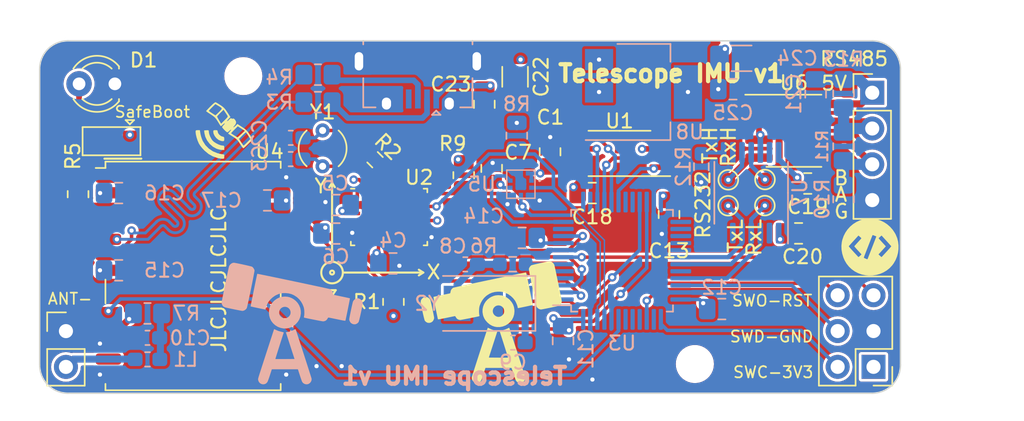
<source format=kicad_pcb>
(kicad_pcb (version 20221018) (generator pcbnew)
  (layers (0 "F.Cu" signal) (1 "In1.Cu" signal) (2 "In2.Cu" signal) (31 "B.Cu" signal) (34 "B.Paste" user) (35 "F.Paste" user) (36 "B.SilkS" user "B.Silkscreen") (37 "F.SilkS" user "F.Silkscreen") (38 "B.Mask" user) (39 "F.Mask" user) (44 "Edge.Cuts" user))
  (net 0 "")
  (net 1 "+3V3")
  (net 2 "GND")
  (net 3 "NRST")
  (net 4 "Net-(C2-Pad1)")
  (net 5 "Net-(U2-XIN32)")
  (net 6 "Net-(U2-CAP)")
  (net 7 "Net-(C8-Pad1)")
  (net 8 "Net-(C10-Pad2)")
  (net 9 "OSC_IN")
  (net 10 "SWCLK")
  (net 11 "SWDIO")
  (net 12 "SWO")
  (net 13 "A")
  (net 14 "B")
  (net 15 "+5V")
  (net 16 "BNO_BOOT")
  (net 17 "OSC_OUT")
  (net 18 "Net-(U2-XOUT32)")
  (net 19 "GPS_ANT")
  (net 20 "Net-(U4-TIMEPULSE)")
  (net 21 "VCC_RF")
  (net 22 "Net-(U7-OE)")
  (net 23 "SCK")
  (net 24 "MISO")
  (net 25 "MOSI")
  (net 26 "RX_L")
  (net 27 "RX_H")
  (net 28 "TX_L")
  (net 29 "TX_H")
  (net 36 "SCL")
  (net 39 "BNO_RST")
  (net 42 "BNO_INT")
  (net 43 "SDA")
  (net 48 "GPS_RST")
  (net 53 "Net-(D1-A)")
  (net 55 "GPS_TX")
  (net 56 "GPS_RX")
  (net 61 "CS_MEM")
  (net 62 "Net-(JP1-C)")
  (net 63 "DE_L")
  (net 67 "BMP_INT")
  (net 76 "DE_H")
  (net 81 "D-")
  (net 82 "D+")
  (net 84 "USB_N")
  (net 85 "USB_P")
  (footprint "Capacitor_SMD:C_0805_2012Metric_Pad1.18x1.45mm_HandSolder" (layer "F.Cu") (at 56.16 30.8)
    (fp_text reference "C18")
    (fp_text value "100n")
  )
  (footprint "Crystal:Crystal_AT310_D3.0mm_L10.0mm_Vertical" (layer "F.Cu") (at 37.05 28.9 90)
    (fp_text reference "Y1")
    (fp_text value "Crystal")
  )
  (footprint "TestPoint:TestPoint_Pad_D1.0mm" (layer "F.Cu") (at 65.79 31.7)
    (fp_text reference "TX1" hide)
    (fp_text value "TestPoint")
  )
  (footprint "Resistor_SMD:R_0805_2012Metric_Pad1.20x1.40mm_HandSolder" (layer "F.Cu") (at 19.72 30.88 90)
    (fp_text reference "R5")
    (fp_text value "1k")
  )
  (footprint "RF_GPS:ublox_NEO" (layer "F.Cu") (at 27.87 36.68)
    (fp_text reference "U4")
    (fp_text value "NEO-M9N")
  )
  (footprint "TestPoint:TestPoint_Pad_D1.0mm" (layer "F.Cu") (at 68.4 29.84)
    (fp_text reference "RX2" hide)
    (fp_text value "TestPoint")
  )
  (footprint "Connector_PinHeader_2.54mm:PinHeader_1x04_P2.54mm_Vertical" (layer "F.Cu") (at 76 23.68)
    (fp_text reference "J2" hide)
    (fp_text value "Conn_01x04")
  )
  (footprint "Capacitor_SMD:C_0805_2012Metric_Pad1.18x1.45mm_HandSolder" (layer "F.Cu") (at 70.78 33.66)
    (fp_text reference "C20")
    (fp_text value "100n")
  )
  (footprint "Package_SO:TSSOP-8_4.4x3mm_P0.65mm" (layer "F.Cu") (at 58.09 27.99 180)
    (fp_text reference "U1")
    (fp_text value "M95256-WMN6P")
  )
  (footprint "Jumper:SolderJumper-3_P1.3mm_Open_Pad1.0x1.5mm" (layer "F.Cu") (at 22.09 27.12 180)
    (fp_text reference "JP1" hide)
    (fp_text value "Jumper_3_Open")
  )
  (footprint "TestPoint:TestPoint_Pad_D1.0mm" (layer "F.Cu") (at 65.8 29.86)
    (fp_text reference "TX2" hide)
    (fp_text value "TestPoint")
  )
  (footprint "Capacitor_SMD:C_0805_2012Metric_Pad1.18x1.45mm_HandSolder" (layer "F.Cu") (at 53.17 27.87 90)
    (fp_text reference "C1")
    (fp_text value "100n")
  )
  (footprint "Package_SO:SOIC-8_3.9x4.9mm_P1.27mm" (layer "F.Cu") (at 70.45 26.38)
    (fp_text reference "U6")
    (fp_text value "ST485EBDR")
  )
  (footprint "Connector_PinHeader_2.54mm:PinHeader_1x02_P2.54mm_Vertical" (layer "F.Cu") (at 18.86 40.595)
    (fp_text reference "J1" hide)
    (fp_text value "Conn_01x02")
  )
  (footprint "MountingHole:MountingHole_2.2mm_M2" (layer "F.Cu") (at 31.43 22.5)
    (fp_text reference "H2" hide)
    (fp_text value "MountingHole")
  )
  (footprint "Telescope:GPS5" (layer "F.Cu") (at 29.924647 26.492344)
    (fp_text reference "G***" hide)
    (fp_text value "LOGO" hide)
  )
  (footprint "Capacitor_SMD:C_0805_2012Metric_Pad1.18x1.45mm_HandSolder" (layer "F.Cu") (at 61.6 32.32 -90)
    (fp_text reference "C13")
    (fp_text value "100n")
  )
  (footprint "Capacitor_SMD:C_0805_2012Metric_Pad1.18x1.45mm_HandSolder" (layer "F.Cu") (at 71.43 30.12)
    (fp_text reference "C19")
    (fp_text value "100n")
  )
  (footprint "Capacitor_SMD:C_0805_2012Metric_Pad1.18x1.45mm_HandSolder" (layer "F.Cu") (at 48.51 24.5 -90)
    (fp_text reference "C23")
    (fp_text value "100n")
  )
  (footprint "Capacitor_SMD:C_0805_2012Metric" (layer "F.Cu") (at 49.03 29.05 90)
    (fp_text reference "C7")
    (fp_text value "100n")
  )
  (footprint "Resistor_SMD:R_0805_2012Metric" (layer "F.Cu") (at 47.05 29.5325 90)
    (fp_text reference "R9")
    (fp_text value "2.2k")
  )
  (footprint "Capacitor_SMD:C_1206_3216Metric_Pad1.33x1.80mm_HandSolder" (layer "F.Cu") (at 50.69 22.55 -90)
    (fp_text reference "C22")
    (fp_text value "10u")
  )
  (footprint "Package_LGA:LGA-28_5.2x3.8mm_P0.5mm" (layer "F.Cu") (at 41.76 32.5)
    (fp_text reference "U2")
    (fp_text value "BNO055")
  )
  (footprint "Connector_PinHeader_2.54mm:PinHeader_2x03_P2.54mm_Vertical" (layer "F.Cu") (at 76.09 43.13 180)
    (fp_text reference "PRG1" hide)
    (fp_text value "Conn_02x03_Counter_Clockwise")
  )
  (footprint "TestPoint:TestPoint_Pad_D1.0mm" (layer "F.Cu") (at 68.39 31.69)
    (fp_text reference "RX1" hide)
    (fp_text value "TestPoint")
  )
  (footprint "Telescope:Programmer" (layer "F.Cu") (at 75.803275 34.655062)
    (fp_text reference "G***" hide)
    (fp_text value "LOGO" hide)
  )
  (footprint "MountingHole:MountingHole_2.2mm_M2" (layer "F.Cu") (at 63.43 42.93)
    (fp_text reference "H1" hide)
    (fp_text value "MountingHole")
  )
  (footprint "LED_THT:LED_D3.0mm" (layer "F.Cu") (at 22.33 23.05 180)
    (fp_text reference "D1")
    (fp_text value "LED")
  )
  (footprint "Resistor_SMD:R_0805_2012Metric_Pad1.20x1.40mm_HandSolder" (layer "F.Cu") (at 42.07 38.52 90)
    (fp_text reference "R1")
    (fp_text value "10k")
  )
  (footprint "Resistor_SMD:R_0603_1608Metric_Pad0.98x0.95mm_HandSolder" (layer "F.Cu") (at 40.765235 28.435235 -45)
    (fp_text reference "R2")
    (fp_text value "1k")
  )
  (footprint "Telescope:Telescope-10" (layer "F.Cu") (at 49 39.96)
    (fp_text reference "G***" hide)
    (fp_text value "LOGO" hide)
  )
  (footprint "Capacitor_SMD:C_1206_3216Metric_Pad1.33x1.80mm_HandSolder" (layer "B.Cu") (at 66.74 21.24)
    (fp_text reference "C24")
    (fp_text value "10u")
  )
  (footprint "Capacitor_SMD:C_0603_1608Metric_Pad1.08x0.95mm_HandSolder" (layer "B.Cu") (at 34.7875 28.39 180)
    (fp_text reference "C3")
    (fp_text value "22p")
  )
  (footprint "KiCAD_Lib:BMP581" (layer "B.Cu") (at 51.1 30.17 180)
    (fp_text reference "U5")
    (fp_text value "BMP581")
  )
  (footprint "Capacitor_SMD:C_0805_2012Metric_Pad1.18x1.45mm_HandSolder" (layer "B.Cu") (at 38 33.67)
    (fp_text reference "C6")
    (fp_text value "100n")
  )
  (footprint "Capacitor_SMD:C_0603_1608Metric_Pad1.08x0.95mm_HandSolder" (layer "B.Cu") (at 47.16 35.86 180)
    (fp_text reference "C8")
    (fp_text value "18p")
  )
  (footprint "Capacitor_SMD:C_0805_2012Metric_Pad1.18x1.45mm_HandSolder" (layer "B.Cu") (at 71.99 23.77 -90)
    (fp_text reference "C21")
    (fp_text value "100n")
  )
  (footprint "Capacitor_SMD:C_0603_1608Metric_Pad1.08x0.95mm_HandSolder" (layer "B.Cu") (at 24.64 41.07)
    (fp_text reference "C10")
    (fp_text value "100n")
  )
  (footprint "Telescope:Telescope-10" (layer "B.Cu") (at 34.89 40.06 180)
    (fp_text reference "G***" hide)
    (fp_text value "LOGO" hide)
  )
  (footprint "Resistor_SMD:R_0805_2012Metric_Pad1.20x1.40mm_HandSolder" (layer "B.Cu") (at 73.97 31.24 -90)
    (fp_text reference "R10")
    (fp_text value "1k")
  )
  (footprint "Capacitor_SMD:C_0805_2012Metric_Pad1.18x1.45mm_HandSolder" (layer "B.Cu") (at 38 31.65 180)
    (fp_text reference "C5")
    (fp_text value "100n")
  )
  (footprint "Package_SO:TSSOP-14_4.4x5mm_P0.65mm" (layer "B.Cu") (at 67.42 30.78 90)
    (fp_text reference "U7")
    (fp_text value "TXS0104E")
  )
  (footprint "Package_TO_SOT_SMD:SOT-223-3_TabPin2" (layer "B.Cu") (at 59.79 23.63)
    (fp_text reference "U8")
    (fp_text value "LD1117")
  )
  (footprint "Resistor_SMD:R_0603_1608Metric_Pad0.98x0.95mm_HandSolder" (layer "B.Cu") (at 50.52 35.85)
    (fp_text reference "R6")
    (fp_text value "1k")
  )
  (footprint "Resistor_SMD:R_0805_2012Metric" (layer "B.Cu") (at 50.81 26.73 90)
    (fp_text reference "R8")
    (fp_text value "2.2k")
  )
  (footprint "Resistor_SMD:R_0805_2012Metric_Pad1.20x1.40mm_HandSolder" (layer "B.Cu") (at 73.97 23.74 -90)
    (fp_text reference "R13")
    (fp_text value "1k")
  )
  (footprint "Capacitor_SMD:C_0805_2012Metric_Pad1.18x1.45mm_HandSolder" (layer "B.Cu") (at 42.04 35.79)
    (fp_text reference "C4")
    (fp_text value "100n")
  )
  (footprint "Capacitor_SMD:C_0805_2012Metric_Pad1.18x1.45mm_HandSolder" (layer "B.Cu") (at 33.14 31.32 180)
    (fp_text reference "C17")
    (fp_text value "100n")
  )
  (footprint "Capacitor_SMD:C_0805_2012Metric_Pad1.18x1.45mm_HandSolder" (layer "B.Cu") (at 22.6 36.28)
    (fp_text reference "C15")
    (fp_text value "100n")
  )
  (footprint "Resistor_SMD:R_0805_2012Metric_Pad1.20x1.40mm_HandSolder" (layer "B.Cu") (at 24.64 39.34)
    (fp_text reference "R7")
    (fp_text value "10")
  )
  (footprint "Crystal:Crystal_SMD_0603-2Pin_6.0x3.5mm" (layer "B.Cu") (at 48.78 38.63 180)
    (fp_text reference "Y2")
    (fp_text value "8MHz")
  )
  (footprint "Capacitor_SMD:C_0805_2012Metric_Pad1.18x1.45mm_HandSolder" (layer "B.Cu") (at 22.6 30.8)
    (fp_text reference "C16")
    (fp_text value "100n")
  )
  (footprint "Package_QFP:LQFP-48_7x7mm_P0.5mm" (layer "B.Cu") (at 58.27 35.6)
    (fp_text reference "U3")
    (fp_text value "STM32F302C6Tx")
  )
  (footprint "Resistor_SMD:R_0805_2012Metric_Pad1.20x1.40mm_HandSolder" (layer "B.Cu") (at 73.97 27.49 -90)
    (fp_text reference "R11")
    (fp_text value "220")
  )
  (footprint "Capacitor_SMD:C_0805_2012Metric_Pad1.18x1.45mm_HandSolder" (layer "B.Cu") (at 54.09 41.28 -90)
    (fp_text reference "C11")
    (fp_text value "100n")
  )
  (footprint "Capacitor_SMD:C_0805_2012Metric_Pad1.18x1.45mm_HandSolder" (layer "B.Cu") (at 66.13 23.43)
    (fp_text reference "C25")
    (fp_text value "100n")
  )
  (footprint "Capacitor_SMD:C_0603_1608Metric_Pad1.08x0.95mm_HandSolder" (layer "B.Cu") (at 34.7925 26.88 180)
    (fp_text reference "C2")
    (fp_text value "22p")
  )
  (footprint "Capacitor_SMD:C_0603_1608Metric_Pad1.08x0.95mm_HandSolder" (layer "B.Cu") (at 50.54 41.41 180)
    (fp_text reference "C9")
    (fp_text value "18p")
  )
  (footprint "Capacitor_SMD:C_0805_2012Metric_Pad1.18x1.45mm_HandSolder" (layer "B.Cu") (at 65.34 39.03)
    (fp_text reference "C12")
    (fp_text value "100n")
  )
  (footprint "Inductor_SMD:L_0603_1608Metric_Pad1.05x0.95mm_HandSolder" (layer "B.Cu") (at 24.64 42.6)
    (fp_text reference "L1")
    (fp_text value "27nH")
  )
  (footprint "Capacitor_SMD:C_0805_2012Metric_Pad1.18x1.45mm_HandSolder" (layer "B.Cu") (at 51.19 33.98 180)
    (fp_text reference "C14")
    (fp_text value "100n")
  )
  (footprint "Resistor_SMD:R_0603_1608Metric_Pad0.98x0.95mm_HandSolder" (layer "B.Cu") (at 63.89 28.93 -90)
    (fp_text reference "R12")
    (fp_text value "10k")
  )
  (footprint "Resistor_SMD:R_0805_2012Metric_Pad1.20x1.40mm_HandSolder" (layer "B.Cu") (at 36.72 22.4 180)
    (fp_text reference "R4")
    (fp_text value "27")
  )
  (footprint "Connector_USB:USB_Micro-AB_Molex_47590-0001" (layer "B.Cu") (at 43.8 21.45)
    (fp_text reference "J3" hide)
    (fp_text value "USB_B_Micro")
  )
  (footprint "Resistor_SMD:R_0805_2012Metric_Pad1.20x1.40mm_HandSolder" (layer "B.Cu") (at 36.72 24.35 180)
    (fp_text reference "R3")
    (fp_text value "27")
  )
  (gr_line (start 24.2 28.3575) (end 21.59 28.3575) (stroke (width 0.15)) (layer "F.SilkS"))
  (gr_line (start 37.72 30.074494) (end 37.92 30.384494) (stroke (width 0.15)) (layer "F.SilkS"))
  (gr_circle (center 37.72 36.44) (end 38.14 35.8) (stroke (width 0.15)) (fill none) (layer "F.SilkS"))
  (gr_line (start 44.18 36.44) (end 43.87 36.24) (stroke (width 0.15)) (layer "F.SilkS"))
  (gr_line (start 44.18 36.44) (end 43.87 36.64) (stroke (width 0.15)) (layer "F.SilkS"))
  (gr_line (start 37.72 30.074494) (end 37.52 30.384494) (stroke (width 0.15)) (layer "F.SilkS"))
  (gr_circle (center 37.72 36.44) (end 37.74 36.38) (stroke (width 0.15)) (fill none) (layer "F.SilkS"))
  (gr_line (start 37.72 35.674494) (end 37.72 30.074494) (stroke (width 0.15)) (layer "F.SilkS"))
  (gr_line (start 38.58 36.44) (end 44.18 36.44) (stroke (width 0.15)) (layer "F.SilkS"))
  (gr_arc (start 19 45) (mid 17.585786 44.414214) (end 17 43) (stroke (width 0.1)) (layer "Edge.Cuts"))
  (gr_line (start 17 43) (end 17 22) (stroke (width 0.1)) (layer "Edge.Cuts"))
  (gr_line (start 76 45) (end 19 45) (stroke (width 0.1)) (layer "Edge.Cuts"))
  (gr_arc (start 78 43) (mid 77.414214 44.414214) (end 76 45) (stroke (width 0.1)) (layer "Edge.Cuts"))
  (gr_line (start 19 20) (end 76 20) (stroke (width 0.1)) (layer "Edge.Cuts"))
  (gr_line (start 78 22) (end 78 43) (stroke (width 0.1)) (layer "Edge.Cuts"))
  (gr_arc (start 17 22) (mid 17.585786 20.585786) (end 19 20) (stroke (width 0.1)) (layer "Edge.Cuts"))
  (gr_arc (start 76 20) (mid 77.414214 20.585786) (end 78 22) (stroke (width 0.1)) (layer "Edge.Cuts"))
  (gr_text "Telescope IMU v1" (at 54.53 44.49) (layer "B.SilkS") (effects (font (size 1.2 1.2) (thickness 0.3) bold) (justify left bottom mirror)))
  (gr_text "JLCJLCJLCJLC" (at 30.28 42.19 90) (layer "F.SilkS") (effects (font (size 1 1)) (justify left bottom)))
  (gr_text "ANT-" (at 17.51 38.77) (layer "F.SilkS") (effects (font (size 0.8 0.8) (thickness 0.12)) (justify left bottom)))
  (gr_text "RS232" (at 64.59 34.12 90) (layer "F.SilkS") (effects (font (size 1 1)) (justify left bottom)))
  (gr_text "Y" (at 36.39 30.884494) (layer "F.SilkS") (effects (font (size 1 1)) (justify left bottom)))
  (gr_text "SWC-3V3" (at 66.07 43.98) (layer "F.SilkS") (effects (font (size 0.8 0.8) (thickness 0.12)) (justify left bottom)))
  (gr_text "A" (at 73.26 31.48) (layer "F.SilkS") (effects (font (size 1 1)) (justify left bottom)))
  (gr_text "RxL" (at 68.21 35.36 90) (layer "F.SilkS") (effects (font (size 1 1)) (justify left bottom)))
  (gr_text "5V" (at 72.3 23.6) (layer "F.SilkS") (effects (font (size 1 1)) (justify left bottom)))
  (gr_text "RxH" (at 66.4 29.04 90) (layer "F.SilkS") (effects (font (size 1 1)) (justify left bottom)))
  (gr_text "G" (at 73.21 32.69) (layer "F.SilkS") (effects (font (size 1 1)) (justify left bottom)))
  (gr_text "X" (at 44.34 36.99) (layer "F.SilkS") (effects (font (size 1 1)) (justify left bottom)))
  (gr_text "B" (at 73.2 30.31) (layer "F.SilkS") (effects (font (size 1 1)) (justify left bottom)))
  (gr_text "TxL" (at 66.89 35.13 90) (layer "F.SilkS") (effects (font (size 1 1)) (justify left bottom)))
  (gr_text "RS485" (at 72.21 21.86) (layer "F.SilkS") (effects (font (size 1 1)) (justify left bottom)))
  (gr_text "SWO-RST" (at 65.99 38.9) (layer "F.SilkS") (effects (font (size 0.8 0.8) (thickness 0.12)) (justify left bottom)))
  (gr_text "Telescope IMU v1" (at 53.6 23.02) (layer "F.SilkS") (effects (font (size 1.2 1.2) (thickness 0.3) bold) (justify left bottom)))
  (gr_text "TxH" (at 65.08 28.81 90) (layer "F.SilkS") (effects (font (size 1 1)) (justify left bottom)))
  (gr_text "SWD-GND" (at 65.84 41.45) (layer "F.SilkS") (effects (font (size 0.8 0.8) (thickness 0.12)) (justify left bottom)))
  (gr_text "Z" (at 37.07 38.82) (layer "F.SilkS") (effects (font (size 1 1)) (justify left bottom)))
  (gr_text "SafeBoot" (at 22.24 25.51) (layer "F.SilkS") (effects (font (size 0.8 0.8) (thickness 0.12)) (justify left bottom)))
  (segment (start 39.637 29.85) (end 39.25 29.85) (width 0.25) (layer "F.Cu") (net 1))
  (segment (start 40.01 30.223) (end 39.637 29.85) (width 0.25) (layer "F.Cu") (net 1))
  (segment (start 38.63 32.25) (end 38.45 32.07) (width 0.25) (layer "F.Cu") (net 1))
  (segment (start 55.2275 29.9825) (end 54.83 30.38) (width 0.4) (layer "F.Cu") (net 1))
  (segment (start 55.2275 28.315) (end 55.2275 29.9825) (width 0.4) (layer "F.Cu") (net 1))
  (segment (start 44.1475 32.75) (end 45.17 32.75) (width 0.25) (layer "F.Cu") (net 1))
  (segment (start 39.3725 32.25) (end 38.63 32.25) (width 0.25) (layer "F.Cu") (net 1))
  (segment (start 40.01 30.8375) (end 40.01 30.223) (width 0.25) (layer "F.Cu") (net 1))
  (segment (start 60.9525 27.665) (end 59.695 27.665) (width 0.4) (layer "F.Cu") (net 1))
  (segment (start 59.695 27.665) (end 59.69 27.67) (width 0.4) (layer "F.Cu") (net 1))
  (via (at 53.41 39.69) (size 0.6) (drill 0.3) (layers "F.Cu" "B.Cu") (net 1))
  (via (at 69.47 34.08) (size 0.6) (drill 0.3) (layers "F.Cu" "B.Cu") (net 1))
  (via (at 62.94 23.63) (size 0.6) (drill 0.3) (layers "F.Cu" "B.Cu") (net 1))
  (via (at 52.5 34.16) (size 0.6) (drill 0.3) (layers "F.Cu" "B.Cu") (net 1))
  (via (at 54.51 40.53) (size 0.6) (drill 0.3) (layers "F.Cu" "B.Cu") (net 1))
  (via (at 21.27 36.28) (size 0.6) (drill 0.3) (layers "F.Cu" "B.Cu") (net 1))
  (via (at 42.07 39.52) (size 0.6) (drill 0.3) (layers "F.Cu" "B.Cu") (net 1))
  (via (at 65.09 23.43) (size 0.6) (drill 0.3) (layers "F.Cu" "B.Cu") (net 1))
  (via (at 34.46 31.33) (size 0.6) (drill 0.3) (layers "F.Cu" "B.Cu") (net 1))
  (via (at 52.47 29.4) (size 0.6) (drill 0.3) (layers "F.Cu" "B.Cu") (net 1))
  (via (at 64.02 38.61) (size 0.6) (drill 0.3) (layers "F.Cu" "B.Cu") (net 1))
  (via (at 37.24 33.25) (size 0.6) (drill 0.3) (layers "F.Cu" "B.Cu") (net 1))
  (via (at 61.18 31) (size 0.6) (drill 0.3) (layers "F.Cu" "B.Cu") (net 1))
  (via (at 39.25 29.85) (size 0.6) (drill 0.3) (layers "F.Cu" "B.Cu") (net 1))
  (via (at 65.56 20.57) (size 0.6) (drill 0.3) (layers "F.Cu" "B.Cu") (net 1))
  (via (at 63.88 30.03) (size 0.6) (drill 0.3) (layers "F.Cu" "B.Cu") (net 1))
  (via (at 21.28 30.8) (size 0.6) (drill 0.3) (layers "F.Cu" "B.Cu") (net 1))
  (via (at 23.39 26.67) (size 0.6) (drill 0.3) (layers "F.Cu" "B.Cu") (net 1))
  (via (at 46.65 28.41) (size 0.6) (drill 0.3) (layers "F.Cu" "B.Cu") (net 1))
  (via (at 50.81 25.82) (size 0.6) (drill 0.3) (layers "F.Cu" "B.Cu") (net 1))
  (via (at 45.17 32.75) (size 0.6) (drill 0.3) (layers "F.Cu" "B.Cu") (net 1))
  (via (at 59.69 27.67) (size 0.6) (drill 0.3) (layers "F.Cu" "B.Cu") (net 1))
  (via (at 38.45 32.07) (size 0.6) (drill 0.3) (layers "F.Cu" "B.Cu") (net 1))
  (via (at 54.83 30.38) (size 0.6) (drill 0.3) (layers "F.Cu" "B.Cu") (net 1))
  (via (at 56.64 23.63) (size 0.6) (drill 0.3) (layers "F.Cu" "B.Cu") (net 1))
  (via (at 49.65 30.21) (size 0.6) (drill 0.3) (layers "F.Cu" "B.Cu") (net 1))
  (segment (start 55.52 39.7625) (end 54.7175 39.7625) (width 0.25) (layer "B.Cu") (net 1))
  (segment (start 52.465 29.395) (end 52.47 29.4) (width 0.25) (layer "B.Cu") (net 1))
  (segment (start 49.86 30.42) (end 49.65 30.21) (width 0.25) (layer "B.Cu") (net 1))
  (segment (start 54.7175 39.7625) (end 54.52 39.96) (width 0.25) (layer "B.Cu") (net 1))
  (segment (start 63.76 38.35) (end 64.02 38.61) (width 0.25) (layer "B.Cu") (net 1))
  (segment (start 51.6 29.395) (end 51.85 29.395) (width 0.25) (layer "B.Cu") (net 1))
  (segment (start 54.1075 34.35) (end 52.69 34.35) (width 0.25) (layer "B.Cu") (net 1))
  (segment (start 62.4325 38.35) (end 63.76 38.35) (width 0.25) (layer "B.Cu") (net 1))
  (segment (start 51.85 29.92) (end 51.85 29.395) (width 0.25) (layer "B.Cu") (net 1))
  (segment (start 50.35 30.42) (end 49.86 30.42) (width 0.25) (layer "B.Cu") (net 1))
  (segment (start 51.85 29.395) (end 52.465 29.395) (width 0.25) (layer "B.Cu") (net 1))
  (segment (start 52.69 34.35) (end 52.5 34.16) (width 0.25) (layer "B.Cu") (net 1))
  (segment (start 44.1475 33.25) (end 44.1475 34.025) (width 0.25) (layer "F.Cu") (net 2))
  (segment (start 44.2425 33.93) (end 44.1475 34.025) (width 0.25) (layer "F.Cu") (net 2))
  (segment (start 39.51 34.1625) (end 39.51 33.3875) (width 0.25) (layer "F.Cu") (net 2))
  (segment (start 44.77 33.93) (end 44.2425 33.93) (width 0.25) (layer "F.Cu") (net 2))
  (segment (start 39.51 33.3875) (end 39.3725 33.25) (width 0.25) (layer "F.Cu") (net 2))
  (segment (start 44.1475 34.025) (end 44.01 34.1625) (width 0.25) (layer "F.Cu") (net 2))
  (segment (start 41.51 34.1625) (end 41.51 34.98) (width 0.25) (layer "F.Cu") (net 2))
  (segment (start 41.51 34.98) (end 42.49 35.96) (width 0.25) (layer "F.Cu") (net 2))
  (via (at 53.18 26.83) (size 0.6) (drill 0.3) (layers "F.Cu" "B.Cu") (net 2))
  (via (at 38.4 43.08) (size 0.6) (drill 0.3) (layers "F.Cu" "B.Cu") (net 2))
  (via (at 21.27 41.48) (size 0.6) (drill 0.3) (layers "F.Cu" "B.Cu") (net 2))
  (via (at 56.17 44.03) (size 0.6) (drill 0.3) (layers "F.Cu" "B.Cu") (net 2))
  (via (at 50.15 31.59) (size 0.6) (drill 0.3) (layers "F.Cu" "B.Cu") (net 2))
  (via (at 21.27 43.68) (size 0.6) (drill 0.3) (layers "F.Cu" "B.Cu") (net 2))
  (via (at 54.51 42.6) (size 0.6) (drill 0.3) (layers "F.Cu" "B.Cu") (net 2))
  (via (at 44.77 33.93) (size 0.6) (drill 0.3) (layers "F.Cu" "B.Cu") (net 2))
  (via (at 39.15 33.62) (size 0.6) (drill 0.3) (layers "F.Cu" "B.Cu") (net 2))
  (via (at 37.25 31.44) (size 0.6) (drill 0.3) (layers "F.Cu" "B.Cu") (net 2))
  (via (at 36.62 43.08) (size 0.6) (drill 0.3) (layers "F.Cu" "B.Cu") (net 2))
  (via (at 49.1 28.66) (size 0.6) (drill 0.3) (layers "F.Cu" "B.Cu") (net 2))
  (via (at 61.09 33.7) (size 0.6) (drill 0.3) (layers "F.Cu" "B.Cu") (net 2))
  (via (at 34.47 43.68) (size 0.6) (drill 0.3) (layers "F.Cu" "B.Cu") (net 2))
  (via (at 52.43 31.33) (size 0.6) (drill 0.3) (layers "F.Cu" "B.Cu") (net 2))
  (via (at 34.47 29.68) (size 0.6) (drill 0.3) (layers "F.Cu" "B.Cu") (net 2))
  (via (at 42.49 35.96) (size 0.6) (drill 0.3) (layers "F.Cu" "B.Cu") (net 2))
  (segment (start 73.39 35.35) (end 55.41 35.35) (width 0.25) (layer "F.Cu") (net 3))
  (segment (start 76.09 38.05) (end 73.39 35.35) (width 0.25) (layer "F.Cu") (net 3))
  (via (at 55.41 35.35) (size 0.6) (drill 0.3) (layers "F.Cu" "B.Cu") (net 3))
  (segment (start 54.1075 35.35) (end 55.41 35.35) (width 0.25) (layer "B.Cu") (net 3))
  (segment (start 38.69 26.36) (end 40.12 27.79) (width 0.25) (layer "F.Cu") (net 4))
  (segment (start 37.05 26.36) (end 38.69 26.36) (width 0.25) (layer "F.Cu") (net 4))
  (segment (start 36.53 26.88) (end 37.05 26.36) (width 0.25) (layer "B.Cu") (net 4))
  (segment (start 35.655 26.88) (end 36.53 26.88) (width 0.25) (layer "B.Cu") (net 4))
  (segment (start 40.51 30.086604) (end 39.323396 28.9) (width 0.25) (layer "F.Cu") (net 5))
  (segment (start 39.323396 28.9) (end 37.05 28.9) (width 0.25) (layer "F.Cu") (net 5))
  (segment (start 40.51 30.8375) (end 40.51 30.086604) (width 0.25) (layer "F.Cu") (net 5))
  (segment (start 35.65 28.39) (end 36.54 28.39) (width 0.25) (layer "B.Cu") (net 5))
  (segment (start 36.54 28.39) (end 37.05 28.9) (width 0.25) (layer "B.Cu") (net 5))
  (segment (start 41.01 34.1625) (end 41.01 34.93) (width 0.25) (layer "F.Cu") (net 6))
  (segment (start 41.01 34.93) (end 40.88 35.06) (width 0.25) (layer "F.Cu") (net 6))
  (via (at 40.88 35.06) (size 0.6) (drill 0.3) (layers "F.Cu" "B.Cu") (net 6))
  (segment (start 46.58 38.63) (end 46.58 37.3025) (width 0.5) (layer "B.Cu") (net 7))
  (segment (start 49.5975 35.86) (end 49.6075 35.85) (width 0.5) (layer "B.Cu") (net 7))
  (segment (start 46.58 37.3025) (end 48.0225 35.86) (width 0.5) (layer "B.Cu") (net 7))
  (segment (start 48.0225 35.86) (end 49.5975 35.86) (width 0.5) (layer "B.Cu") (net 7))
  (segment (start 25.5525 42.58) (end 25.5525 39.4275) (width 0.5) (layer "B.Cu") (net 8))
  (segment (start 25.5525 39.4275) (end 25.64 39.34) (width 0.5) (layer "B.Cu") (net 8))
  (segment (start 50.98 38.63) (end 50.98 37.8) (width 0.25) (layer "B.Cu") (net 9))
  (segment (start 50.98 37.8) (end 52.43 36.35) (width 0.25) (layer "B.Cu") (net 9))
  (segment (start 51.4025 41.41) (end 51.4025 39.0525) (width 0.5) (layer "B.Cu") (net 9))
  (segment (start 51.4025 39.0525) (end 50.98 38.63) (width 0.5) (layer "B.Cu") (net 9))
  (segment (start 51.024315 38.63) (end 50.98 38.63) (width 0.25) (layer "B.Cu") (net 9))
  (segment (start 52.43 36.35) (end 54.1075 36.35) (width 0.25) (layer "B.Cu") (net 9))
  (segment (start 73.55 43.13) (end 70.96 40.54) (width 0.25) (layer "B.Cu") (net 10))
  (segment (start 61.02 40.08) (end 61.48 40.54) (width 0.25) (layer "B.Cu") (net 10))
  (segment (start 61.02 39.7625) (end 61.02 40.08) (width 0.25) (layer "B.Cu") (net 10))
  (segment (start 70.96 40.54) (end 61.48 40.54) (width 0.25) (layer "B.Cu") (net 10))
  (segment (start 70.31 37.35) (end 73.55 40.59) (width 0.25) (layer "B.Cu") (net 11))
  (segment (start 62.4325 37.35) (end 70.31 37.35) (width 0.25) (layer "B.Cu") (net 11))
  (segment (start 61.26 37.2) (end 60.02 38.44) (width 0.25) (layer "F.Cu") (net 12))
  (segment (start 72.7 37.2) (end 61.26 37.2) (width 0.25) (layer "F.Cu") (net 12))
  (segment (start 73.55 38.05) (end 72.7 37.2) (width 0.25) (layer "F.Cu") (net 12))
  (via (at 60.02 38.44) (size 0.6) (drill 0.3) (layers "F.Cu" "B.Cu") (net 12))
  (segment (start 60.02 39.7625) (end 60.02 38.44) (width 0.25) (layer "B.Cu") (net 12))
  (segment (start 72.925 27.015) (end 74.255 27.015) (width 0.5) (layer "F.Cu") (net 13))
  (segment (start 74.255 27.015) (end 76 28.76) (width 0.5) (layer "F.Cu") (net 13))
  (segment (start 76 28.76) (end 74.24 28.76) (width 0.8) (layer "B.Cu") (net 13))
  (segment (start 74.24 28.76) (end 73.97 28.49) (width 0.8) (layer "B.Cu") (net 13))
  (segment (start 73.97 30.24) (end 73.97 28.49) (width 0.8) (layer "B.Cu") (net 13))
  (segment (start 72.925 25.745) (end 75.525 25.745) (width 0.5) (layer "F.Cu") (net 14))
  (segment (start 75.525 25.745) (end 76 26.22) (width 0.5) (layer "F.Cu") (net 14))
  (segment (start 74.24 26.22) (end 73.97 26.49) (width 0.8) (layer "B.Cu") (net 14))
  (segment (start 73.97 26.49) (end 73.97 24.74) (width 0.8) (layer "B.Cu") (net 14))
  (segment (start 76 26.22) (end 74.24 26.22) (width 0.8) (layer "B.Cu") (net 14))
  (segment (start 72.925 24.475) (end 75.205 24.475) (width 0.5) (layer "F.Cu") (net 15))
  (segment (start 75.205 24.475) (end 76 23.68) (width 0.5) (layer "F.Cu") (net 15))
  (via (at 70.68 29.7) (size 0.6) (drill 0.3) (layers "F.Cu" "B.Cu") (net 15))
  (via (at 48.93 23.18) (size 0.6) (drill 0.3) (layers "F.Cu" "B.Cu") (net 15))
  (via (at 51.08 21.33) (size 0.6) (drill 0.3) (layers "F.Cu" "B.Cu") (net 15))
  (via (at 56.64 21.33) (size 0.6) (drill 0.3) (layers "F.Cu" "B.Cu") (net 15))
  (segment (start 69.37 27.9175) (end 69.37 28.39) (width 0.4) (layer "B.Cu") (net 15))
  (segment (start 45.1 23.966852) (end 45.886852 23.18) (width 0.4) (layer "B.Cu") (net 15))
  (segment (start 71.99 22.7325) (end 73.9625 22.7325) (width 0.8) (layer "B.Cu") (net 15))
  (segment (start 69.37 28.39) (end 70.68 29.7) (width 0.4) (layer "B.Cu") (net 15))
  (segment (start 73.97 22.74) (end 75.06 22.74) (width 0.8) (layer "B.Cu") (net 15))
  (segment (start 75.06 22.74) (end 76 23.68) (width 0.8) (layer "B.Cu") (net 15))
  (segment (start 45.886852 23.18) (end 48.93 23.18) (width 0.4) (layer "B.Cu") (net 15))
  (segment (start 45.1 24.125) (end 45.1 23.966852) (width 0.4) (layer "B.Cu") (net 15))
  (segment (start 73.9625 22.7325) (end 73.97 22.74) (width 0.8) (layer "B.Cu") (net 15))
  (segment (start 38.76 32.75) (end 39.3725 32.75) (width 0.25) (layer "F.Cu") (net 16))
  (segment (start 54.32 37.04) (end 55.36 38.08) (width 0.25) (layer "F.Cu") (net 16))
  (segment (start 41.136604 37.04) (end 38.525 34.428396) (width 0.25) (layer "F.Cu") (net 16))
  (segment (start 41.136604 37.04) (end 54.32 37.04) (width 0.25) (layer "F.Cu") (net 16))
  (segment (start 38.525 32.985) (end 38.76 32.75) (width 0.25) (layer "F.Cu") (net 16))
  (segment (start 38.525 34.428396) (end 38.525 32.985) (width 0.25) (layer "F.Cu") (net 16))
  (via (at 55.36 38.08) (size 0.6) (drill 0.3) (layers "F.Cu" "B.Cu") (net 16))
  (segment (start 54.1075 37.85) (end 55.13 37.85) (width 0.25) (layer "B.Cu") (net 16))
  (segment (start 55.13 37.85) (end 55.36 38.08) (width 0.25) (layer "B.Cu") (net 16))
  (segment (start 54.1075 35.85) (end 51.4325 35.85) (width 0.25) (layer "B.Cu") (net 17))
  (segment (start 54.1075 35.85) (end 54.1075 35.8275) (width 0.25) (layer "B.Cu") (net 17))
  (segment (start 41.01 29.48094) (end 41.41047 29.08047) (width 0.25) (layer "F.Cu") (net 18))
  (segment (start 41.01 30.8375) (end 41.01 29.48094) (width 0.25) (layer "F.Cu") (net 18))
  (segment (start 19.415 42.58) (end 18.86 43.135) (width 0.5) (layer "F.Cu") (net 19))
  (segment (start 21.87 42.58) (end 19.415 42.58) (width 0.5) (layer "F.Cu") (net 19))
  (segment (start 19.415 42.58) (end 18.86 43.135) (width 0.5) (layer "B.Cu") (net 19))
  (segment (start 23.7275 42.58) (end 19.415 42.58) (width 0.5) (layer "B.Cu") (net 19))
  (segment (start 21.87 31.88) (end 19.72 31.88) (width 0.8) (layer "F.Cu") (net 20))
  (segment (start 21.87 40.38) (end 22.7 40.38) (width 0.5) (layer "F.Cu") (net 21))
  (segment (start 22.7 40.38) (end 23.34 39.74) (width 0.5) (layer "F.Cu") (net 21))
  (via (at 23.34 39.74) (size 0.6) (drill 0.3) (layers "F.Cu" "B.Cu") (net 21))
  (segment (start 63.99 27.9175) (end 63.89 28.0175) (width 0.3) (layer "B.Cu") (net 22))
  (segment (start 65.47 27.9175) (end 63.99 27.9175) (width 0.3) (layer "B.Cu") (net 22))
  (segment (start 56.465 27.665) (end 56.47 27.66) (width 0.4) (layer "F.Cu") (net 23))
  (segment (start 55.2275 27.665) (end 56.465 27.665) (width 0.4) (layer "F.Cu") (net 23))
  (via (at 56.47 27.66) (size 0.6) (drill 0.3) (layers "F.Cu" "B.Cu") (net 23))
  (segment (start 56.52 27.71) (end 56.47 27.66) (width 0.25) (layer "B.Cu") (net 23))
  (segment (start 56.52 31.4375) (end 56.52 27.71) (width 0.25) (layer "B.Cu") (net 23))
  (segment (start 60.9525 28.315) (end 57.635 28.315) (width 0.25) (layer "F.Cu") (net 24))
  (segment (start 57.635 28.315) (end 57.15 28.8) (width 0.25) (layer "F.Cu") (net 24))
  (via (at 57.15 28.8) (size 0.6) (drill 0.3) (layers "F.Cu" "B.Cu") (net 24))
  (segment (start 57.02 28.93) (end 57.15 28.8) (width 0.25) (layer "B.Cu") (net 24))
  (segment (start 57.02 31.4375) (end 57.02 28.93) (width 0.25) (layer "B.Cu") (net 24))
  (segment (start 56.708884 27.015) (end 57.28 27.586116) (width 0.25) (layer "F.Cu") (net 25))
  (segment (start 55.2275 27.015) (end 56.708884 27.015) (width 0.25) (layer "F.Cu") (net 25))
  (segment (start 57.28 27.586116) (end 57.28 27.66) (width 0.25) (layer "F.Cu") (net 25))
  (via (at 57.28 27.66) (size 0.6) (drill 0.3) (layers "F.Cu" "B.Cu") (net 25))
  (segment (start 57.775 29.058884) (end 57.775 28.155) (width 0.25) (layer "B.Cu") (net 25))
  (segment (start 57.52 31.4375) (end 57.52 29.313884) (width 0.25) (layer "B.Cu") (net 25))
  (segment (start 57.775 28.155) (end 57.28 27.66) (width 0.25) (layer "B.Cu") (net 25))
  (segment (start 57.52 29.313884) (end 57.775 29.058884) (width 0.25) (layer "B.Cu") (net 25))
  (via (at 68.39 31.69) (size 0.6) (drill 0.3) (layers "F.Cu" "B.Cu") (net 26))
  (segment (start 65.993502 35.85) (end 67.42 34.423502) (width 0.3) (layer "B.Cu") (net 26))
  (segment (start 67.42 33.6425) (end 67.42 32.66) (width 0.3) (layer "B.Cu") (net 26))
  (segment (start 67.42 34.423502) (end 67.42 33.6425) (width 0.3) (layer "B.Cu") (net 26))
  (segment (start 67.42 32.66) (end 68.39 31.69) (width 0.3) (layer "B.Cu") (net 26))
  (segment (start 62.4325 35.85) (end 65.993502 35.85) (width 0.3) (layer "B.Cu") (net 26))
  (segment (start 69.4 28.84) (end 68.4 29.84) (width 0.5) (layer "F.Cu") (net 27))
  (segment (start 67.975 24.475) (end 68.528528 24.475) (width 0.5) (layer "F.Cu") (net 27))
  (segment (start 69.4 25.346472) (end 69.4 28.84) (width 0.5) (layer "F.Cu") (net 27))
  (segment (start 68.528528 24.475) (end 69.4 25.346472) (width 0.5) (layer "F.Cu") (net 27))
  (via (at 68.4 29.84) (size 0.6) (drill 0.3) (layers "F.Cu" "B.Cu") (net 27))
  (segment (start 67.42 27.9175) (end 67.42 28.86) (width 0.3) (layer "B.Cu") (net 27))
  (segment (start 67.42 28.86) (end 68.4 29.84) (width 0.3) (layer "B.Cu") (net 27))
  (via (at 65.79 31.7) (size 0.6) (drill 0.3) (layers "F.Cu" "B.Cu") (net 28))
  (segment (start 66.77 33.6425) (end 66.77 32.68) (width 0.3) (layer "B.Cu") (net 28))
  (segment (start 66.77 34.366396) (end 66.77 33.6425) (width 0.3) (layer "B.Cu") (net 28))
  (segment (start 66.77 32.68) (end 65.79 31.7) (width 0.3) (layer "B.Cu") (net 28))
  (segment (start 62.4325 35.35) (end 65.786396 35.35) (width 0.3) (layer "B.Cu") (net 28))
  (segment (start 65.786396 35.35) (end 66.77 34.366396) (width 0.3) (layer "B.Cu") (net 28))
  (segment (start 67.375 28.285) (end 65.8 29.86) (width 0.5) (layer "F.Cu") (net 29))
  (segment (start 67.975 28.285) (end 67.375 28.285) (width 0.5) (layer "F.Cu") (net 29))
  (via (at 65.8 29.86) (size 0.6) (drill 0.3) (layers "F.Cu" "B.Cu") (net 29))
  (segment (start 66.77 27.9175) (end 66.77 28.89) (width 0.3) (layer "B.Cu") (net 29))
  (segment (start 66.77 28.89) (end 65.8 29.86) (width 0.3) (layer "B.Cu") (net 29))
  (segment (start 44.1475 31.75) (end 45.12 31.75) (width 0.25) (layer "F.Cu") (net 36))
  (via (at 45.12 31.75) (size 0.6) (drill 0.3) (layers "F.Cu" "B.Cu") (net 36))
  (segment (start 51.85 30.42) (end 53.404949 30.42) (width 0.25) (layer "B.Cu") (net 36))
  (segment (start 45.12 31.75) (end 48.84 28.03) (width 0.25) (layer "B.Cu") (net 36))
  (segment (start 55.042475 32.163592) (end 55.042475 32.057526) (width 0.1) (layer "B.Cu") (net 36))
  (segment (start 48.84 28.03) (end 52.07 28.03) (width 0.25) (layer "B.Cu") (net 36))
  (segment (start 57.02 39.7625) (end 57.02 34.141117) (width 0.1) (layer "B.Cu") (net 36))
  (segment (start 52.07 28.03) (end 53.404949 29.364949) (width 0.25) (layer "B.Cu") (net 36))
  (segment (start 54.475673 31.490724) (end 55.042475 32.057526) (width 0.25) (layer "B.Cu") (net 36))
  (segment (start 53.404949 30.42) (end 54.475673 31.490724) (width 0.25) (layer "B.Cu") (net 36))
  (segment (start 53.404949 29.364949) (end 53.404949 30.42) (width 0.25) (layer "B.Cu") (net 36))
  (segment (start 57.02 34.141117) (end 55.042475 32.163592) (width 0.1) (layer "B.Cu") (net 36))
  (segment (start 42.01 34.777) (end 42.563 35.33) (width 0.25) (layer "F.Cu") (net 39))
  (segment (start 54.506116 35.33) (end 55.376116 36.2) (width 0.25) (layer "F.Cu") (net 39))
  (segment (start 42.563 35.33) (end 54.506116 35.33) (width 0.25) (layer "F.Cu") (net 39))
  (segment (start 55.376116 36.2) (end 55.41 36.2) (width 0.25) (layer "F.Cu") (net 39))
  (segment (start 42.01 34.1625) (end 42.01 34.777) (width 0.25) (layer "F.Cu") (net 39))
  (via (at 55.41 36.2) (size 0.6) (drill 0.3) (layers "F.Cu" "B.Cu") (net 39))
  (segment (start 55.41 36.850685) (end 55.41 36.2) (width 0.25) (layer "B.Cu") (net 39))
  (segment (start 54.1075 37.35) (end 54.910685 37.35) (width 0.25) (layer "B.Cu") (net 39))
  (segment (start 54.910685 37.35) (end 55.41 36.850685) (width 0.25) (layer "B.Cu") (net 39))
  (segment (start 43.51 34.777) (end 43.613 34.88) (width 0.25) (layer "F.Cu") (net 42))
  (segment (start 43.51 34.1625) (end 43.51 34.777) (width 0.25) (layer "F.Cu") (net 42))
  (segment (start 54.45 34.88) (end 55.48 33.85) (width 0.25) (layer "F.Cu") (net 42))
  (segment (start 43.613 34.88) (end 54.45 34.88) (width 0.25) (layer "F.Cu") (net 42))
  (via (at 55.48 33.85) (size 0.6) (drill 0.3) (layers "F.Cu" "B.Cu") (net 42))
  (segment (start 54.1075 33.85) (end 55.48 33.85) (width 0.25) (layer "B.Cu") (net 42))
  (segment (start 44.01 30.8375) (end 50.2875 30.8375) (width 0.25) (layer "F.Cu") (net 43))
  (segment (start 50.2875 30.8375) (end 51.21 31.76) (width 0.25) (layer "F.Cu") (net 43))
  (via (at 51.21 31.76) (size 0.6) (drill 0.3) (layers "F.Cu" "B.Cu") (net 43))
  (segment (start 54.825343 32.370724) (end 54.719277 32.370724) (width 0.1) (layer "B.Cu") (net 43))
  (segment (start 56.72 38.62) (end 56.52 38.82) (width 0.1) (layer "B.Cu") (net 43))
  (segment (start 51.820724 32.370724) (end 54.719277 32.370724) (width 0.25) (layer "B.Cu") (net 43))
  (segment (start 51.21 31.76) (end 51.820724 32.370724) (width 0.25) (layer "B.Cu") (net 43))
  (segment (start 51.1 30.945) (end 51.1 31.65) (width 0.25) (layer "B.Cu") (net 43))
  (segment (start 56.52 38.82) (end 56.52 39.7625) (width 0.1) (layer "B.Cu") (net 43))
  (segment (start 56.72 34.265381) (end 54.825343 32.370724) (width 0.1) (layer "B.Cu") (net 43))
  (segment (start 56.72 34.265381) (end 56.72 38.62) (width 0.1) (layer "B.Cu") (net 43))
  (segment (start 51.1 31.65) (end 51.21 31.76) (width 0.25) (layer "B.Cu") (net 43))
  (via (at 21.87 39.17) (size 0.6) (drill 0.3) (layers "F.Cu" "B.Cu") (net 48))
  (segment (start 58.02 40.565685) (end 58.02 39.7625) (width 0.25) (layer "B.Cu") (net 48))
  (segment (start 22.725 38.315) (end 21.87 39.17) (width 0.25) (layer "B.Cu") (net 48))
  (segment (start 38.14 43.71) (end 32.745 38.315) (width 0.25) (layer "B.Cu") (net 48))
  (segment (start 54.875685 43.71) (end 58.02 40.565685) (width 0.25) (layer "B.Cu") (net 48))
  (segment (start 38.14 43.71) (end 54.875685 43.71) (width 0.25) (layer "B.Cu") (net 48))
  (segment (start 32.745 38.315) (end 22.725 38.315) (width 0.25) (layer "B.Cu") (net 48))
  (segment (start 19.79 29.81) (end 19.79 23.05) (width 0.4) (layer "F.Cu") (net 53))
  (segment (start 19.72 29.88) (end 19.79 29.81) (width 0.4) (layer "F.Cu") (net 53))
  (segment (start 41.381827 40.445) (end 53.545 40.445) (width 0.25) (layer "F.Cu") (net 55))
  (segment (start 56.225 39.905) (end 58.17 37.96) (width 0.25) (layer "F.Cu") (net 55))
  (segment (start 54.085 39.905) (end 56.225 39.905) (width 0.25) (layer "F.Cu") (net 55))
  (segment (start 35.016827 34.08) (end 41.381827 40.445) (width 0.25) (layer "F.Cu") (net 55))
  (segment (start 53.545 40.445) (end 54.085 39.905) (width 0.25) (layer "F.Cu") (net 55))
  (segment (start 33.87 34.08) (end 35.016827 34.08) (width 0.25) (layer "F.Cu") (net 55))
  (via (at 58.17 37.96) (size 0.6) (drill 0.3) (layers "F.Cu" "B.Cu") (net 55))
  (segment (start 60.02 36.11) (end 58.17 37.96) (width 0.25) (layer "B.Cu") (net 55))
  (segment (start 60.02 31.4375) (end 60.02 36.11) (width 0.25) (layer "B.Cu") (net 55))
  (segment (start 54.831116 38.705) (end 55.57 38.705) (width 0.25) (layer "F.Cu") (net 56))
  (segment (start 54.606116 38.48) (end 54.831116 38.705) (width 0.25) (layer "F.Cu") (net 56))
  (segment (start 41.416827 38.48) (end 54.606116 38.48) (width 0.25) (layer "F.Cu") (net 56))
  (segment (start 57.57 36.78) (end 55.645 38.705) (width 0.25) (layer "F.Cu") (net 56))
  (segment (start 35.916827 32.98) (end 41.416827 38.48) (width 0.25) (layer "F.Cu") (net 56))
  (segment (start 55.645 38.705) (end 55.57 38.705) (width 0.25) (layer "F.Cu") (net 56))
  (segment (start 33.87 32.98) (end 35.916827 32.98) (width 0.25) (layer "F.Cu") (net 56))
  (via (at 57.57 36.78) (size 0.6) (drill 0.3) (layers "F.Cu" "B.Cu") (net 56))
  (segment (start 59.52 34.83) (end 57.57 36.78) (width 0.25) (layer "B.Cu") (net 56))
  (segment (start 59.52 31.4375) (end 59.52 34.83) (width 0.25) (layer "B.Cu") (net 56))
  (via (at 60.52 29.07) (size 0.6) (drill 0.3) (layers "F.Cu" "B.Cu") (net 61))
  (segment (start 58.02 31.4375) (end 58.02 30.634315) (width 0.25) (layer "B.Cu") (net 61))
  (segment (start 58.02 30.634315) (end 59.584315 29.07) (width 0.25) (layer "B.Cu") (net 61))
  (segment (start 59.584315 29.07) (end 60.52 29.07) (width 0.25) (layer "B.Cu") (net 61))
  (segment (start 21.87 29.68) (end 22.09 29.46) (width 0.8) (layer "F.Cu") (net 62))
  (segment (start 22.09 29.46) (end 22.09 27.12) (width 0.8) (layer "F.Cu") (net 62))
  (segment (start 68.07 34.480608) (end 68.07 33.6425) (width 0.3) (layer "B.Cu") (net 63))
  (segment (start 62.4325 36.85) (end 65.700608 36.85) (width 0.3) (layer "B.Cu") (net 63))
  (segment (start 65.700608 36.85) (end 68.07 34.480608) (width 0.3) (layer "B.Cu") (net 63))
  (segment (start 54.1075 32.85) (end 50.526116 32.85) (width 0.25) (layer "B.Cu") (net 67))
  (segment (start 49.38 29.585) (end 50.015 29.585) (width 0.25) (layer "B.Cu") (net 67))
  (segment (start 50.526116 32.85) (end 49.025 31.348884) (width 0.25) (layer "B.Cu") (net 67))
  (segment (start 49.025 29.94) (end 49.38 29.585) (width 0.25) (layer "B.Cu") (net 67))
  (segment (start 50.015 29.585) (end 50.35 29.92) (width 0.25) (layer "B.Cu") (net 67))
  (segment (start 49.025 31.348884) (end 49.025 29.94) (width 0.25) (layer "B.Cu") (net 67))
  (segment (start 67.975 27.015) (end 67.975 25.745) (width 0.4) (layer "F.Cu") (net 76))
  (via (at 68.07 26.68) (size 0.6) (drill 0.3) (layers "F.Cu" "B.Cu") (net 76))
  (segment (start 68.07 27.9175) (end 68.07 26.68) (width 0.4) (layer "B.Cu") (net 76))
  (segment (start 44.45 24.125) (end 44.45 25.15) (width 0.4) (layer "B.Cu") (net 81))
  (segment (start 44.125 25.475) (end 38.845 25.475) (width 0.4) (layer "B.Cu") (net 81))
  (segment (start 38.845 25.475) (end 37.72 24.35) (width 0.4) (layer "B.Cu") (net 81))
  (segment (start 44.45 25.15) (end 44.125 25.475) (width 0.4) (layer "B.Cu") (net 81))
  (segment (start 43.5 22.8) (end 38.12 22.8) (width 0.4) (layer "B.Cu") (net 82))
  (segment (start 43.8 23.1) (end 43.5 22.8) (width 0.4) (layer "B.Cu") (net 82))
  (segment (start 38.12 22.8) (end 37.72 22.4) (width 0.4) (layer "B.Cu") (net 82))
  (segment (start 37.82 22.8) (end 37.71 22.69) (width 0.4) (layer "B.Cu") (net 82))
  (segment (start 43.8 24.125) (end 43.8 23.1) (width 0.4) (layer "B.Cu") (net 82))
  (via (at 22.47 34.08) (size 0.6) (drill 0.3) (layers "F.Cu" "B.Cu") (net 84))
  (segment (start 25.594035 33.162365) (end 24.676397 34.08) (width 0.2) (layer "B.Cu") (net 84))
  (segment (start 27.078961 31.960282) (end 26.778441 31.659762) (width 0.2) (layer "B.Cu") (net 84))
  (segment (start 26.336495 31.783503) (end 27.061281 32.50829) (width 0.2) (layer "B.Cu") (net 84))
  (segment (start 26.778437 31.659761) (end 26.212752 31.094075) (width 0.2) (layer "B.Cu") (net 84))
  (segment (start 34.406397 24.35) (end 27.998198 30.758201) (width 0.2) (layer "B.Cu") (net 84))
  (segment (start 27.998198 31.041043) (end 28.263364 31.306209) (width 0.2) (layer "B.Cu") (net 84))
  (segment (start 26.778441 31.659762) (end 26.778437 31.659761) (width 0.2) (layer "B.Cu") (net 84))
  (segment (start 27.344126 32.225447) (end 27.078961 31.960282) (width 0.2) (layer "B.Cu") (net 84))
  (segment (start 35.72 24.35) (end 34.406397 24.35) (width 0.2) (layer "B.Cu") (net 84))
  (segment (start 25.92991 31.094075) (end 25.929909 31.094075) (width 0.2) (layer "B.Cu") (net 84))
  (segment (start 25.594034 33.162366) (end 25.594035 33.162365) (width 0.2) (layer "B.Cu") (net 84))
  (segment (start 25.929909 31.376917) (end 26.336495 31.783503) (width 0.2) (layer "B.Cu") (net 84))
  (segment (start 27.061281 33.427528) (end 27.06128 33.42753) (width 0.2) (layer "B.Cu") (net 84))
  (segment (start 24.676397 34.08) (end 22.47 34.08) (width 0.2) (layer "B.Cu") (net 84))
  (segment (start 28.263363 32.225448) (end 28.263364 32.225447) (width 0.2) (layer "B.Cu") (net 84))
  (segment (start 26.142042 33.42753) (end 25.876877 33.162365) (width 0.2) (layer "B.Cu") (net 84))
  (arc (start 27.998198 30.758201) (mid 27.939619 30.899623) (end 27.998198 31.041043) (width 0.2) (layer "B.Cu") (net 84))
  (arc (start 27.061281 32.50829) (mid 27.251662 32.967908) (end 27.061281 33.427528) (width 0.2) (layer "B.Cu") (net 84))
  (arc (start 27.06128 33.42753) (mid 26.601662 33.617909) (end 26.142042 33.42753) (width 0.2) (layer "B.Cu") (net 84))
  (arc (start 28.263364 32.225447) (mid 27.803744 32.415828) (end 27.344126 32.225447) (width 0.2) (layer "B.Cu") (net 84))
  (arc (start 25.876877 33.162365) (mid 25.735455 33.103787) (end 25.594034 33.162366) (width 0.2) (layer "B.Cu") (net 84))
  (arc (start 26.212752 31.094075) (mid 26.071331 31.035497) (end 25.92991 31.094075) (width 0.2) (layer "B.Cu") (net 84))
  (arc (start 28.263364 31.306209) (mid 28.453744 31.765829) (end 28.263363 32.225448) (width 0.2) (layer "B.Cu") (net 84))
  (arc (start 25.929909 31.094075) (mid 25.871331 31.235496) (end 25.929909 31.376917) (width 0.2) (layer "B.Cu") (net 84))
  (segment (start 22.412462 35.18) (end 23.51 34.082462) (width 0.25) (layer "F.Cu") (net 85))
  (segment (start 21.87 35.18) (end 22.412462 35.18) (width 0.25) (layer "F.Cu") (net 85))
  (segment (start 23.51 34.082462) (end 23.51 33.46) (width 0.25) (layer "F.Cu") (net 85))
  (via (at 23.51 33.46) (size 0.6) (drill 0.3) (layers "F.Cu" "B.Cu") (net 85))
  (segment (start 26.177396 32.2608) (end 26.177396 32.260804) (width 0.2) (layer "B.Cu") (net 85))
  (segment (start 26.743083 33.10933) (end 26.743082 33.109332) (width 0.2) (layer "B.Cu") (net 85))
  (segment (start 26.018297 32.101701) (end 26.177396 32.2608) (width 0.2) (layer "B.Cu") (net 85))
  (segment (start 25.275836 32.844168) (end 25.275837 32.844167) (width 0.2) (layer "B.Cu") (net 85))
  (segment (start 27.397157 31.642085) (end 26.53095 30.775877) (width 0.2) (layer "B.Cu") (net 85))
  (segment (start 25.275837 32.844167) (end 24.490001 33.629999) (width 0.2) (layer "B.Cu") (net 85))
  (segment (start 26.177396 32.260804) (end 26.743083 32.826488) (width 0.2) (layer "B.Cu") (net 85))
  (segment (start 24.490001 33.629999) (end 23.679999 33.629999) (width 0.2) (layer "B.Cu") (net 85))
  (segment (start 27.679999 31.359242) (end 27.679998 31.359242) (width 0.2) (layer "B.Cu") (net 85))
  (segment (start 25.611711 31.695115) (end 26.018297 32.101701) (width 0.2) (layer "B.Cu") (net 85))
  (segment (start 26.46024 33.109332) (end 26.195075 32.844167) (width 0.2) (layer "B.Cu") (net 85))
  (segment (start 27.679998 31.359242) (end 27.945164 31.624408) (width 0.2) (layer "B.Cu") (net 85))
  (segment (start 27.662322 31.90725) (end 27.397157 31.642085) (width 0.2) (layer "B.Cu") (net 85))
  (segment (start 27.945163 31.907251) (end 27.945164 31.90725) (width 0.2) (layer "B.Cu") (net 85))
  (segment (start 23.679999 33.629999) (end 23.51 33.46) (width 0.2) (layer "B.Cu") (net 85))
  (segment (start 35.72 22.4) (end 27.679999 30.440002) (width 0.2) (layer "B.Cu") (net 85))
  (segment (start 25.611712 30.775877) (end 25.611711 30.775877) (width 0.2) (layer "B.Cu") (net 85))
  (arc (start 26.743083 32.826488) (mid 26.80166 32.96791) (end 26.743083 33.10933) (width 0.2) (layer "B.Cu") (net 85))
  (arc (start 25.611711 30.775877) (mid 25.421331 31.235496) (end 25.611711 31.695115) (width 0.2) (layer "B.Cu") (net 85))
  (arc (start 27.945164 31.90725) (mid 27.803744 31.965827) (end 27.662322 31.90725) (width 0.2) (layer "B.Cu") (net 85))
  (arc (start 27.679999 30.440002) (mid 27.489617 30.899623) (end 27.679999 31.359242) (width 0.2) (layer "B.Cu") (net 85))
  (arc (start 26.743082 33.109332) (mid 26.601662 33.167909) (end 26.46024 33.109332) (width 0.2) (layer "B.Cu") (net 85))
  (arc (start 27.945164 31.624408) (mid 28.003742 31.76583) (end 27.945163 31.907251) (width 0.2) (layer "B.Cu") (net 85))
  (arc (start 26.53095 30.775877) (mid 26.071331 30.585497) (end 25.611712 30.775877) (width 0.2) (layer "B.Cu") (net 85))
  (arc (start 26.195075 32.844167) (mid 25.735455 32.653787) (end 25.275836 32.844168) (width 0.2) (layer "B.Cu") (net 85))
  (zone (net 2) (net_name "GND") (layer "F.Cu") (priority 2) (connect_pads yes (clearance 0.2)) (min_thickness 0.25) (fill yes (thermal_gap 0.5) (thermal_bridge_width 0.5))
    (polygon (pts (xy 17 45) (xy 78 45) (xy 78 20) (xy 17 20)))
  )
  (zone (net 2) (net_name "GND") (layer "B.Cu") (priority 3) (connect_pads yes (clearance 0.2)) (min_thickness 0.25) (fill yes (thermal_gap 0.5) (thermal_bridge_width 0.5))
    (polygon (pts (xy 17 20) (xy 17 45) (xy 78 45) (xy 78 20)))
  )
)
</source>
